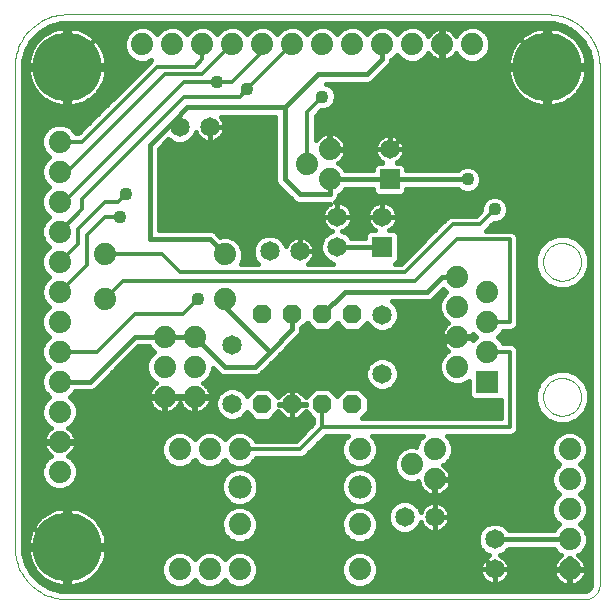
<source format=gbl>
G75*
G70*
%OFA0B0*%
%FSLAX24Y24*%
%IPPOS*%
%LPD*%
%AMOC8*
5,1,8,0,0,1.08239X$1,22.5*
%
%ADD10C,0.0000*%
%ADD11C,0.0740*%
%ADD12R,0.0740X0.0740*%
%ADD13C,0.0650*%
%ADD14C,0.2300*%
%ADD15OC8,0.0630*%
%ADD16R,0.0650X0.0650*%
%ADD17C,0.0780*%
%ADD18C,0.0150*%
%ADD19C,0.0436*%
%ADD20C,0.0120*%
D10*
X002925Y001175D02*
X020175Y001175D01*
X020219Y001177D01*
X020262Y001183D01*
X020304Y001192D01*
X020346Y001205D01*
X020386Y001222D01*
X020425Y001242D01*
X020462Y001265D01*
X020496Y001292D01*
X020529Y001321D01*
X020558Y001354D01*
X020585Y001388D01*
X020608Y001425D01*
X020628Y001464D01*
X020645Y001504D01*
X020658Y001546D01*
X020667Y001588D01*
X020673Y001631D01*
X020675Y001675D01*
X020675Y018925D01*
X020673Y019008D01*
X020667Y019091D01*
X020657Y019174D01*
X020643Y019256D01*
X020626Y019338D01*
X020604Y019418D01*
X020579Y019497D01*
X020550Y019575D01*
X020517Y019652D01*
X020480Y019727D01*
X020441Y019800D01*
X020397Y019871D01*
X020351Y019940D01*
X020301Y020007D01*
X020248Y020071D01*
X020192Y020133D01*
X020133Y020192D01*
X020071Y020248D01*
X020007Y020301D01*
X019940Y020351D01*
X019871Y020397D01*
X019800Y020441D01*
X019727Y020480D01*
X019652Y020517D01*
X019575Y020550D01*
X019497Y020579D01*
X019418Y020604D01*
X019338Y020626D01*
X019256Y020643D01*
X019174Y020657D01*
X019091Y020667D01*
X019008Y020673D01*
X018925Y020675D01*
X002925Y020675D01*
X002842Y020673D01*
X002759Y020667D01*
X002676Y020657D01*
X002594Y020643D01*
X002512Y020626D01*
X002432Y020604D01*
X002353Y020579D01*
X002275Y020550D01*
X002198Y020517D01*
X002123Y020480D01*
X002050Y020441D01*
X001979Y020397D01*
X001910Y020351D01*
X001843Y020301D01*
X001779Y020248D01*
X001717Y020192D01*
X001658Y020133D01*
X001602Y020071D01*
X001549Y020007D01*
X001499Y019940D01*
X001453Y019871D01*
X001409Y019800D01*
X001370Y019727D01*
X001333Y019652D01*
X001300Y019575D01*
X001271Y019497D01*
X001246Y019418D01*
X001224Y019338D01*
X001207Y019256D01*
X001193Y019174D01*
X001183Y019091D01*
X001177Y019008D01*
X001175Y018925D01*
X001175Y002925D01*
X001177Y002842D01*
X001183Y002759D01*
X001193Y002676D01*
X001207Y002594D01*
X001224Y002512D01*
X001246Y002432D01*
X001271Y002353D01*
X001300Y002275D01*
X001333Y002198D01*
X001370Y002123D01*
X001409Y002050D01*
X001453Y001979D01*
X001499Y001910D01*
X001549Y001843D01*
X001602Y001779D01*
X001658Y001717D01*
X001717Y001658D01*
X001779Y001602D01*
X001843Y001549D01*
X001910Y001499D01*
X001979Y001453D01*
X002050Y001409D01*
X002123Y001370D01*
X002198Y001333D01*
X002275Y001300D01*
X002353Y001271D01*
X002432Y001246D01*
X002512Y001224D01*
X002594Y001207D01*
X002676Y001193D01*
X002759Y001183D01*
X002842Y001177D01*
X002925Y001175D01*
X018795Y007925D02*
X018797Y007975D01*
X018803Y008025D01*
X018813Y008074D01*
X018827Y008122D01*
X018844Y008169D01*
X018865Y008214D01*
X018890Y008258D01*
X018918Y008299D01*
X018950Y008338D01*
X018984Y008375D01*
X019021Y008409D01*
X019061Y008439D01*
X019103Y008466D01*
X019147Y008490D01*
X019193Y008511D01*
X019240Y008527D01*
X019288Y008540D01*
X019338Y008549D01*
X019387Y008554D01*
X019438Y008555D01*
X019488Y008552D01*
X019537Y008545D01*
X019586Y008534D01*
X019634Y008519D01*
X019680Y008501D01*
X019725Y008479D01*
X019768Y008453D01*
X019809Y008424D01*
X019848Y008392D01*
X019884Y008357D01*
X019916Y008319D01*
X019946Y008279D01*
X019973Y008236D01*
X019996Y008192D01*
X020015Y008146D01*
X020031Y008098D01*
X020043Y008049D01*
X020051Y008000D01*
X020055Y007950D01*
X020055Y007900D01*
X020051Y007850D01*
X020043Y007801D01*
X020031Y007752D01*
X020015Y007704D01*
X019996Y007658D01*
X019973Y007614D01*
X019946Y007571D01*
X019916Y007531D01*
X019884Y007493D01*
X019848Y007458D01*
X019809Y007426D01*
X019768Y007397D01*
X019725Y007371D01*
X019680Y007349D01*
X019634Y007331D01*
X019586Y007316D01*
X019537Y007305D01*
X019488Y007298D01*
X019438Y007295D01*
X019387Y007296D01*
X019338Y007301D01*
X019288Y007310D01*
X019240Y007323D01*
X019193Y007339D01*
X019147Y007360D01*
X019103Y007384D01*
X019061Y007411D01*
X019021Y007441D01*
X018984Y007475D01*
X018950Y007512D01*
X018918Y007551D01*
X018890Y007592D01*
X018865Y007636D01*
X018844Y007681D01*
X018827Y007728D01*
X018813Y007776D01*
X018803Y007825D01*
X018797Y007875D01*
X018795Y007925D01*
X018795Y012425D02*
X018797Y012475D01*
X018803Y012525D01*
X018813Y012574D01*
X018827Y012622D01*
X018844Y012669D01*
X018865Y012714D01*
X018890Y012758D01*
X018918Y012799D01*
X018950Y012838D01*
X018984Y012875D01*
X019021Y012909D01*
X019061Y012939D01*
X019103Y012966D01*
X019147Y012990D01*
X019193Y013011D01*
X019240Y013027D01*
X019288Y013040D01*
X019338Y013049D01*
X019387Y013054D01*
X019438Y013055D01*
X019488Y013052D01*
X019537Y013045D01*
X019586Y013034D01*
X019634Y013019D01*
X019680Y013001D01*
X019725Y012979D01*
X019768Y012953D01*
X019809Y012924D01*
X019848Y012892D01*
X019884Y012857D01*
X019916Y012819D01*
X019946Y012779D01*
X019973Y012736D01*
X019996Y012692D01*
X020015Y012646D01*
X020031Y012598D01*
X020043Y012549D01*
X020051Y012500D01*
X020055Y012450D01*
X020055Y012400D01*
X020051Y012350D01*
X020043Y012301D01*
X020031Y012252D01*
X020015Y012204D01*
X019996Y012158D01*
X019973Y012114D01*
X019946Y012071D01*
X019916Y012031D01*
X019884Y011993D01*
X019848Y011958D01*
X019809Y011926D01*
X019768Y011897D01*
X019725Y011871D01*
X019680Y011849D01*
X019634Y011831D01*
X019586Y011816D01*
X019537Y011805D01*
X019488Y011798D01*
X019438Y011795D01*
X019387Y011796D01*
X019338Y011801D01*
X019288Y011810D01*
X019240Y011823D01*
X019193Y011839D01*
X019147Y011860D01*
X019103Y011884D01*
X019061Y011911D01*
X019021Y011941D01*
X018984Y011975D01*
X018950Y012012D01*
X018918Y012051D01*
X018890Y012092D01*
X018865Y012136D01*
X018844Y012181D01*
X018827Y012228D01*
X018813Y012276D01*
X018803Y012325D01*
X018797Y012375D01*
X018795Y012425D01*
D11*
X016925Y011425D03*
X016925Y010425D03*
X016925Y009425D03*
X015925Y008925D03*
X015925Y009925D03*
X015925Y010925D03*
X015925Y011925D03*
X011675Y015175D03*
X010925Y015675D03*
X011675Y016175D03*
X011425Y019675D03*
X010425Y019675D03*
X009425Y019675D03*
X008425Y019675D03*
X007425Y019675D03*
X006425Y019675D03*
X005425Y019675D03*
X002675Y016425D03*
X002675Y015425D03*
X002675Y014425D03*
X002675Y013425D03*
X002675Y012425D03*
X002675Y011425D03*
X002675Y010425D03*
X002675Y009425D03*
X002675Y008425D03*
X002675Y007425D03*
X002675Y006425D03*
X002675Y005425D03*
X006175Y007925D03*
X006175Y008925D03*
X006175Y009925D03*
X007175Y009925D03*
X007175Y008925D03*
X007175Y007925D03*
X006675Y006175D03*
X007675Y006175D03*
X008675Y006175D03*
X008675Y003675D03*
X008675Y002175D03*
X007675Y002175D03*
X006675Y002175D03*
X012675Y002175D03*
X012675Y003675D03*
X014425Y005675D03*
X015175Y006175D03*
X015175Y005175D03*
X012675Y006175D03*
X008175Y011175D03*
X008175Y012675D03*
X004175Y012675D03*
X004175Y011175D03*
X012425Y019675D03*
X013425Y019675D03*
X014425Y019675D03*
X015425Y019675D03*
X016425Y019675D03*
X019675Y006175D03*
X019675Y005175D03*
X019675Y004175D03*
X019675Y003175D03*
X019675Y002175D03*
D12*
X016925Y008425D03*
D13*
X013425Y008691D03*
X013425Y010659D03*
X011925Y012925D03*
X011925Y013925D03*
X013425Y013925D03*
X013675Y016175D03*
X010675Y012775D03*
X009675Y012775D03*
X008425Y009659D03*
X008425Y007691D03*
X014175Y003925D03*
X015175Y003925D03*
X017175Y003175D03*
X017175Y002175D03*
X007675Y016925D03*
X006675Y016925D03*
D14*
X002925Y018925D03*
X018925Y018925D03*
X002925Y002925D03*
D15*
X009425Y007675D03*
X010425Y007675D03*
X011425Y007675D03*
X012425Y007675D03*
X012425Y010675D03*
X011425Y010675D03*
X010425Y010675D03*
X009425Y010675D03*
D16*
X013425Y012925D03*
X013675Y015175D03*
D17*
X012675Y004925D03*
X008675Y004925D03*
D18*
X002064Y001918D02*
X001860Y001918D01*
X001942Y002034D02*
X001859Y002135D01*
X001787Y002243D01*
X001726Y002358D01*
X001676Y002478D01*
X001638Y002603D01*
X001613Y002730D01*
X001601Y002850D01*
X002850Y002850D01*
X003000Y002850D01*
X003000Y003000D01*
X004249Y003000D01*
X004237Y003120D01*
X004212Y003247D01*
X004174Y003372D01*
X004124Y003492D01*
X004063Y003607D01*
X003991Y003715D01*
X003908Y003816D01*
X003816Y003908D01*
X003715Y003991D01*
X003607Y004063D01*
X003492Y004124D01*
X003372Y004174D01*
X003247Y004212D01*
X003120Y004237D01*
X003000Y004249D01*
X003000Y003000D01*
X002850Y003000D01*
X002850Y004249D01*
X002730Y004237D01*
X002603Y004212D01*
X002478Y004174D01*
X002358Y004124D01*
X002243Y004063D01*
X002135Y003991D01*
X002034Y003908D01*
X001942Y003816D01*
X001859Y003715D01*
X001787Y003607D01*
X001726Y003492D01*
X001676Y003372D01*
X001638Y003247D01*
X001613Y003120D01*
X001601Y003000D01*
X002850Y003000D01*
X002850Y002850D01*
X002850Y001601D01*
X002730Y001613D01*
X002603Y001638D01*
X002478Y001676D01*
X002358Y001726D01*
X002243Y001787D01*
X002135Y001859D01*
X002034Y001942D01*
X001942Y002034D01*
X001916Y002066D02*
X001729Y002066D01*
X001752Y002025D02*
X001559Y002359D01*
X001459Y002732D01*
X001447Y002925D01*
X001447Y018925D01*
X001459Y019118D01*
X001559Y019491D01*
X001752Y019825D01*
X002025Y020098D01*
X002359Y020291D01*
X002732Y020391D01*
X002925Y020403D01*
X002979Y020403D01*
X018925Y020403D01*
X019118Y020391D01*
X019491Y020291D01*
X019825Y020098D01*
X020098Y019825D01*
X020291Y019491D01*
X020391Y019118D01*
X020403Y018925D01*
X020403Y001675D01*
X020399Y001630D01*
X020365Y001548D01*
X020302Y001485D01*
X020220Y001451D01*
X020175Y001447D01*
X002925Y001447D01*
X002732Y001459D01*
X002359Y001559D01*
X002025Y001752D01*
X001752Y002025D01*
X001806Y002215D02*
X001643Y002215D01*
X001724Y002363D02*
X001558Y002363D01*
X001519Y002512D02*
X001666Y002512D01*
X001627Y002660D02*
X001479Y002660D01*
X001454Y002809D02*
X001605Y002809D01*
X001447Y002957D02*
X002850Y002957D01*
X002925Y002925D02*
X002425Y002925D01*
X001675Y003675D01*
X001675Y006425D01*
X002675Y006425D01*
X003175Y006425D01*
X004675Y007925D01*
X006175Y007925D01*
X007175Y007925D01*
X007175Y006925D01*
X010175Y006925D01*
X010425Y007175D01*
X010425Y007675D01*
X010425Y008175D01*
X011675Y009425D01*
X015175Y009425D01*
X015675Y009925D01*
X015925Y009925D01*
X015948Y009937D02*
X016558Y009937D01*
X016569Y009925D02*
X016459Y009815D01*
X016470Y009882D01*
X016470Y009902D01*
X015948Y009902D01*
X015948Y009948D01*
X016470Y009948D01*
X016470Y009968D01*
X016459Y010035D01*
X016569Y009925D01*
X015902Y009937D02*
X010625Y009937D01*
X010601Y009912D02*
X010688Y009999D01*
X010735Y010113D01*
X010735Y010207D01*
X010925Y010397D01*
X011197Y010125D01*
X011653Y010125D01*
X011925Y010397D01*
X012197Y010125D01*
X012653Y010125D01*
X012927Y010399D01*
X012950Y010342D01*
X013108Y010185D01*
X013314Y010099D01*
X013536Y010099D01*
X013742Y010185D01*
X013900Y010342D01*
X013985Y010548D01*
X013985Y010771D01*
X013900Y010976D01*
X015320Y010976D01*
X015320Y011045D02*
X015320Y010805D01*
X015412Y010582D01*
X015582Y010412D01*
X015637Y010389D01*
X015570Y010341D01*
X015509Y010280D01*
X015459Y010211D01*
X015420Y010134D01*
X015393Y010053D01*
X015380Y009968D01*
X015380Y009948D01*
X015902Y009948D01*
X015902Y009902D01*
X015380Y009902D01*
X015380Y009882D01*
X015393Y009797D01*
X015420Y009716D01*
X015459Y009639D01*
X015509Y009570D01*
X015570Y009509D01*
X015637Y009461D01*
X015582Y009438D01*
X015412Y009268D01*
X015320Y009045D01*
X015320Y008805D01*
X015412Y008582D01*
X015582Y008412D01*
X015805Y008320D01*
X016045Y008320D01*
X016268Y008412D01*
X016320Y008464D01*
X016320Y007958D01*
X016458Y007820D01*
X017380Y007820D01*
X017380Y007220D01*
X012748Y007220D01*
X012975Y007447D01*
X012975Y007903D01*
X012653Y008225D01*
X012197Y008225D01*
X011925Y007953D01*
X011653Y008225D01*
X011197Y008225D01*
X010883Y007910D01*
X010628Y008165D01*
X010430Y008165D01*
X010430Y007680D01*
X010420Y007680D01*
X010420Y008165D01*
X010222Y008165D01*
X009967Y007910D01*
X009653Y008225D01*
X009197Y008225D01*
X008923Y007951D01*
X008900Y008008D01*
X008742Y008165D01*
X008536Y008251D01*
X008314Y008251D01*
X008108Y008165D01*
X007950Y008008D01*
X007865Y007802D01*
X007865Y007579D01*
X007950Y007374D01*
X008108Y007216D01*
X008314Y007131D01*
X008536Y007131D01*
X008742Y007216D01*
X008900Y007374D01*
X008914Y007408D01*
X009197Y007125D01*
X009653Y007125D01*
X009967Y007440D01*
X010222Y007185D01*
X010420Y007185D01*
X010420Y007670D01*
X010430Y007670D01*
X010875Y007670D01*
X010875Y007680D01*
X010430Y007680D01*
X010430Y007670D01*
X010430Y007185D01*
X010628Y007185D01*
X010883Y007440D01*
X011130Y007192D01*
X011130Y007047D01*
X010553Y006470D01*
X009208Y006470D01*
X009188Y006518D01*
X009018Y006688D01*
X008795Y006780D01*
X008555Y006780D01*
X008332Y006688D01*
X008175Y006531D01*
X008018Y006688D01*
X007795Y006780D01*
X007555Y006780D01*
X007332Y006688D01*
X007175Y006531D01*
X007018Y006688D01*
X006795Y006780D01*
X006555Y006780D01*
X006332Y006688D01*
X006162Y006518D01*
X006070Y006295D01*
X006070Y006055D01*
X006162Y005832D01*
X006332Y005662D01*
X006555Y005570D01*
X006795Y005570D01*
X007018Y005662D01*
X007175Y005819D01*
X007332Y005662D01*
X007555Y005570D01*
X007795Y005570D01*
X008018Y005662D01*
X008175Y005819D01*
X008332Y005662D01*
X008555Y005570D01*
X008795Y005570D01*
X009018Y005662D01*
X009188Y005832D01*
X009208Y005880D01*
X010734Y005880D01*
X010842Y005925D01*
X011547Y006630D01*
X012274Y006630D01*
X012162Y006518D01*
X012070Y006295D01*
X012070Y006055D01*
X012162Y005832D01*
X012332Y005662D01*
X012555Y005570D01*
X012795Y005570D01*
X013018Y005662D01*
X013188Y005832D01*
X013280Y006055D01*
X013280Y006295D01*
X013188Y006518D01*
X013076Y006630D01*
X014774Y006630D01*
X014662Y006518D01*
X014570Y006295D01*
X014570Y006270D01*
X014545Y006280D01*
X014305Y006280D01*
X014082Y006188D01*
X013912Y006018D01*
X013820Y005795D01*
X013820Y005555D01*
X013912Y005332D01*
X014082Y005162D01*
X014305Y005070D01*
X014545Y005070D01*
X014634Y005107D01*
X014643Y005047D01*
X014670Y004966D01*
X014709Y004889D01*
X014759Y004820D01*
X014820Y004759D01*
X014889Y004709D01*
X014966Y004670D01*
X015047Y004643D01*
X015132Y004630D01*
X015170Y004630D01*
X015170Y005170D01*
X015180Y005170D01*
X015180Y005180D01*
X015720Y005180D01*
X015720Y005218D01*
X015707Y005303D01*
X015680Y005384D01*
X015641Y005461D01*
X015591Y005530D01*
X015530Y005591D01*
X015463Y005639D01*
X015518Y005662D01*
X015688Y005832D01*
X015780Y006055D01*
X015780Y006295D01*
X015688Y006518D01*
X015576Y006630D01*
X017734Y006630D01*
X017842Y006675D01*
X017925Y006758D01*
X017970Y006866D01*
X017970Y009484D01*
X017925Y009592D01*
X017842Y009675D01*
X017734Y009720D01*
X017458Y009720D01*
X017438Y009768D01*
X017281Y009925D01*
X017438Y010082D01*
X017458Y010130D01*
X017734Y010130D01*
X017842Y010175D01*
X017925Y010258D01*
X017970Y010366D01*
X017970Y013234D01*
X017925Y013342D01*
X017842Y013425D01*
X017734Y013470D01*
X016887Y013470D01*
X017139Y013722D01*
X017265Y013722D01*
X017432Y013791D01*
X017559Y013918D01*
X017628Y014085D01*
X017628Y014265D01*
X017559Y014432D01*
X017432Y014559D01*
X017265Y014628D01*
X017085Y014628D01*
X016918Y014559D01*
X016791Y014432D01*
X016722Y014265D01*
X016722Y014139D01*
X016553Y013970D01*
X015716Y013970D01*
X015608Y013925D01*
X015525Y013842D01*
X014053Y012370D01*
X013852Y012370D01*
X013985Y012503D01*
X013985Y013347D01*
X013847Y013485D01*
X013663Y013485D01*
X013687Y013497D01*
X013751Y013544D01*
X013806Y013599D01*
X013853Y013663D01*
X013888Y013733D01*
X013913Y013808D01*
X013925Y013886D01*
X013925Y013925D01*
X013925Y013964D01*
X013913Y014042D01*
X013888Y014117D01*
X013853Y014187D01*
X013806Y014251D01*
X013751Y014306D01*
X013687Y014353D01*
X013617Y014388D01*
X013542Y014413D01*
X013464Y014425D01*
X013425Y014425D01*
X013425Y013925D01*
X011925Y013925D01*
X009675Y013925D01*
X007675Y015925D01*
X007675Y016925D01*
X008175Y016925D01*
X008175Y016964D01*
X008163Y017042D01*
X008138Y017117D01*
X008103Y017187D01*
X008056Y017251D01*
X008042Y017265D01*
X009865Y017265D01*
X009865Y015113D01*
X009912Y014999D01*
X009999Y014912D01*
X010499Y014412D01*
X010613Y014365D01*
X011687Y014365D01*
X011663Y014353D01*
X011599Y014306D01*
X011544Y014251D01*
X011497Y014187D01*
X011462Y014117D01*
X011437Y014042D01*
X011425Y013964D01*
X011425Y013925D01*
X011925Y013925D01*
X011925Y013925D01*
X011925Y014425D01*
X011964Y014425D01*
X012042Y014413D01*
X012117Y014388D01*
X012187Y014353D01*
X012251Y014306D01*
X012306Y014251D01*
X012353Y014187D01*
X012388Y014117D01*
X012413Y014042D01*
X012425Y013964D01*
X012425Y013925D01*
X011925Y013925D01*
X011925Y013925D01*
X011925Y014425D01*
X011886Y014425D01*
X011859Y014421D01*
X011938Y014499D01*
X011985Y014613D01*
X011985Y014649D01*
X012018Y014662D01*
X012188Y014832D01*
X012201Y014865D01*
X013115Y014865D01*
X013115Y014753D01*
X013253Y014615D01*
X014097Y014615D01*
X014235Y014753D01*
X014235Y014865D01*
X015944Y014865D01*
X016018Y014791D01*
X016185Y014722D01*
X016365Y014722D01*
X016532Y014791D01*
X016659Y014918D01*
X016728Y015085D01*
X016728Y015265D01*
X016659Y015432D01*
X016532Y015559D01*
X016365Y015628D01*
X016185Y015628D01*
X016018Y015559D01*
X015944Y015485D01*
X014235Y015485D01*
X014235Y015597D01*
X014097Y015735D01*
X013913Y015735D01*
X013937Y015747D01*
X014001Y015794D01*
X014056Y015849D01*
X014103Y015913D01*
X014138Y015983D01*
X014163Y016058D01*
X014175Y016136D01*
X014175Y016175D01*
X014175Y016214D01*
X014163Y016292D01*
X014138Y016367D01*
X014103Y016437D01*
X014056Y016501D01*
X014001Y016556D01*
X013937Y016603D01*
X013867Y016638D01*
X013792Y016663D01*
X013714Y016675D01*
X013675Y016675D01*
X013675Y016175D01*
X015425Y017925D01*
X015425Y019675D01*
X015425Y020375D01*
X017475Y020375D01*
X018925Y018925D01*
X019000Y018995D02*
X020399Y018995D01*
X020403Y018847D02*
X020249Y018847D01*
X020249Y018850D02*
X019000Y018850D01*
X019000Y019000D01*
X020249Y019000D01*
X020237Y019120D01*
X020212Y019247D01*
X020174Y019372D01*
X020124Y019492D01*
X020063Y019607D01*
X019991Y019715D01*
X019908Y019816D01*
X019816Y019908D01*
X019715Y019991D01*
X019607Y020063D01*
X019492Y020124D01*
X019372Y020174D01*
X019247Y020212D01*
X019120Y020237D01*
X019000Y020249D01*
X019000Y019000D01*
X018850Y019000D01*
X018850Y020249D01*
X018730Y020237D01*
X018603Y020212D01*
X018478Y020174D01*
X018358Y020124D01*
X018243Y020063D01*
X018135Y019991D01*
X018034Y019908D01*
X017942Y019816D01*
X017859Y019715D01*
X017787Y019607D01*
X017726Y019492D01*
X017676Y019372D01*
X017638Y019247D01*
X017613Y019120D01*
X017601Y019000D01*
X018850Y019000D01*
X018850Y018850D01*
X019000Y018850D01*
X019000Y017601D01*
X019120Y017613D01*
X019247Y017638D01*
X019372Y017676D01*
X019492Y017726D01*
X019607Y017787D01*
X019715Y017859D01*
X019816Y017942D01*
X019908Y018034D01*
X019991Y018135D01*
X020063Y018243D01*
X020124Y018358D01*
X020174Y018478D01*
X020212Y018603D01*
X020237Y018730D01*
X020249Y018850D01*
X020231Y018698D02*
X020403Y018698D01*
X020403Y018550D02*
X020196Y018550D01*
X020142Y018401D02*
X020403Y018401D01*
X020403Y018253D02*
X020068Y018253D01*
X019965Y018104D02*
X020403Y018104D01*
X020403Y017956D02*
X019829Y017956D01*
X019637Y017807D02*
X020403Y017807D01*
X020403Y017659D02*
X019314Y017659D01*
X019000Y017659D02*
X018850Y017659D01*
X018850Y017601D02*
X018850Y018850D01*
X017601Y018850D01*
X017613Y018730D01*
X017638Y018603D01*
X017676Y018478D01*
X017726Y018358D01*
X017787Y018243D01*
X017859Y018135D01*
X017942Y018034D01*
X018034Y017942D01*
X018135Y017859D01*
X018243Y017787D01*
X018358Y017726D01*
X018478Y017676D01*
X018603Y017638D01*
X018730Y017613D01*
X018850Y017601D01*
X018850Y017807D02*
X019000Y017807D01*
X019000Y017956D02*
X018850Y017956D01*
X018850Y018104D02*
X019000Y018104D01*
X019000Y018253D02*
X018850Y018253D01*
X018850Y018401D02*
X019000Y018401D01*
X019000Y018550D02*
X018850Y018550D01*
X018850Y018698D02*
X019000Y018698D01*
X019000Y018847D02*
X018850Y018847D01*
X018850Y018995D02*
X013683Y018995D01*
X013688Y018999D02*
X013735Y019113D01*
X013735Y019149D01*
X013768Y019162D01*
X013925Y019319D01*
X014082Y019162D01*
X014305Y019070D01*
X014545Y019070D01*
X014768Y019162D01*
X014938Y019332D01*
X014961Y019387D01*
X015009Y019320D01*
X015070Y019259D01*
X015139Y019209D01*
X015216Y019170D01*
X015297Y019143D01*
X015297Y019144D02*
X014723Y019144D01*
X014898Y019292D02*
X015037Y019292D01*
X015297Y019143D02*
X015382Y019130D01*
X015400Y019130D01*
X015400Y019650D01*
X015450Y019650D01*
X015450Y019130D01*
X015468Y019130D01*
X015553Y019143D01*
X015553Y019144D02*
X016127Y019144D01*
X016082Y019162D02*
X016305Y019070D01*
X016545Y019070D01*
X016768Y019162D01*
X016938Y019332D01*
X017030Y019555D01*
X017030Y019795D01*
X016938Y020018D01*
X016768Y020188D01*
X016545Y020280D01*
X016305Y020280D01*
X016082Y020188D01*
X015912Y020018D01*
X015889Y019963D01*
X015841Y020030D01*
X015780Y020091D01*
X015711Y020141D01*
X015634Y020180D01*
X015553Y020207D01*
X015468Y020220D01*
X015450Y020220D01*
X015450Y019700D01*
X015400Y019700D01*
X015400Y020220D01*
X015382Y020220D01*
X015297Y020207D01*
X015216Y020180D01*
X015139Y020141D01*
X015070Y020091D01*
X015009Y020030D01*
X014961Y019963D01*
X014938Y020018D01*
X014768Y020188D01*
X014545Y020280D01*
X014305Y020280D01*
X014082Y020188D01*
X013925Y020031D01*
X013768Y020188D01*
X013545Y020280D01*
X013305Y020280D01*
X013082Y020188D01*
X012925Y020031D01*
X012768Y020188D01*
X012545Y020280D01*
X012305Y020280D01*
X012082Y020188D01*
X011925Y020031D01*
X011768Y020188D01*
X011545Y020280D01*
X011305Y020280D01*
X011082Y020188D01*
X010925Y020031D01*
X010768Y020188D01*
X010545Y020280D01*
X010305Y020280D01*
X010082Y020188D01*
X009925Y020031D01*
X009768Y020188D01*
X009545Y020280D01*
X009305Y020280D01*
X009082Y020188D01*
X008925Y020031D01*
X008768Y020188D01*
X008545Y020280D01*
X008305Y020280D01*
X008082Y020188D01*
X007925Y020031D01*
X007768Y020188D01*
X007545Y020280D01*
X007305Y020280D01*
X007082Y020188D01*
X006925Y020031D01*
X006768Y020188D01*
X006545Y020280D01*
X006305Y020280D01*
X006082Y020188D01*
X005925Y020031D01*
X005768Y020188D01*
X005545Y020280D01*
X005305Y020280D01*
X005082Y020188D01*
X004912Y020018D01*
X004820Y019795D01*
X004820Y019555D01*
X004912Y019332D01*
X005082Y019162D01*
X005305Y019070D01*
X005545Y019070D01*
X005729Y019146D01*
X005675Y019092D01*
X003303Y016720D01*
X003208Y016720D01*
X003188Y016768D01*
X003018Y016938D01*
X002795Y017030D01*
X002555Y017030D01*
X002332Y016938D01*
X002162Y016768D01*
X002070Y016545D01*
X002070Y016305D01*
X002162Y016082D01*
X002319Y015925D01*
X002162Y015768D01*
X002070Y015545D01*
X002070Y015305D01*
X002162Y015082D01*
X002319Y014925D01*
X002162Y014768D01*
X002070Y014545D01*
X002070Y014305D01*
X002162Y014082D01*
X002319Y013925D01*
X002162Y013768D01*
X002070Y013545D01*
X002070Y013305D01*
X002162Y013082D01*
X002319Y012925D01*
X002162Y012768D01*
X002070Y012545D01*
X002070Y012305D01*
X002162Y012082D01*
X002319Y011925D01*
X002162Y011768D01*
X002070Y011545D01*
X002070Y011305D01*
X002162Y011082D01*
X002319Y010925D01*
X002162Y010768D01*
X002070Y010545D01*
X002070Y010305D01*
X002162Y010082D01*
X002319Y009925D01*
X002162Y009768D01*
X002070Y009545D01*
X002070Y009305D01*
X002162Y009082D01*
X002319Y008925D01*
X002162Y008768D01*
X002070Y008545D01*
X002070Y008305D01*
X002162Y008082D01*
X002319Y007925D01*
X002162Y007768D01*
X002070Y007545D01*
X002070Y007305D01*
X002162Y007082D01*
X002332Y006912D01*
X002387Y006889D01*
X002320Y006841D01*
X002259Y006780D01*
X002209Y006711D01*
X002170Y006634D01*
X002143Y006553D01*
X002130Y006468D01*
X002130Y006450D01*
X002650Y006450D01*
X002650Y006400D01*
X002130Y006400D01*
X002130Y006382D01*
X002143Y006297D01*
X002170Y006216D01*
X002209Y006139D01*
X002259Y006070D01*
X002320Y006009D01*
X002387Y005961D01*
X002332Y005938D01*
X002162Y005768D01*
X002070Y005545D01*
X002070Y005305D01*
X002162Y005082D01*
X002332Y004912D01*
X002555Y004820D01*
X002795Y004820D01*
X003018Y004912D01*
X003188Y005082D01*
X003280Y005305D01*
X003280Y005545D01*
X003188Y005768D01*
X003018Y005938D01*
X002963Y005961D01*
X003030Y006009D01*
X003091Y006070D01*
X003141Y006139D01*
X003180Y006216D01*
X003207Y006297D01*
X003220Y006382D01*
X003220Y006400D01*
X002700Y006400D01*
X002700Y006450D01*
X003220Y006450D01*
X003220Y006468D01*
X003207Y006553D01*
X003180Y006634D01*
X003141Y006711D01*
X003091Y006780D01*
X003030Y006841D01*
X002963Y006889D01*
X003018Y006912D01*
X003188Y007082D01*
X003280Y007305D01*
X003280Y007545D01*
X003188Y007768D01*
X003031Y007925D01*
X003188Y008082D01*
X003201Y008115D01*
X003737Y008115D01*
X003851Y008162D01*
X005303Y009615D01*
X005649Y009615D01*
X005662Y009582D01*
X005819Y009425D01*
X005662Y009268D01*
X005570Y009045D01*
X005570Y008805D01*
X005662Y008582D01*
X005832Y008412D01*
X005887Y008389D01*
X005820Y008341D01*
X005759Y008280D01*
X005709Y008211D01*
X005670Y008134D01*
X005643Y008053D01*
X005630Y007968D01*
X005630Y007950D01*
X006150Y007950D01*
X006150Y007900D01*
X006200Y007900D01*
X006200Y007950D01*
X007150Y007950D01*
X007150Y007900D01*
X007200Y007900D01*
X007200Y007950D01*
X007720Y007950D01*
X007720Y007968D01*
X007707Y008053D01*
X007680Y008134D01*
X007641Y008211D01*
X007591Y008280D01*
X007530Y008341D01*
X007463Y008389D01*
X007518Y008412D01*
X007688Y008582D01*
X007780Y008805D01*
X007780Y008882D01*
X007912Y008749D01*
X007999Y008662D01*
X008113Y008615D01*
X009237Y008615D01*
X009351Y008662D01*
X009851Y009162D01*
X010601Y009912D01*
X010476Y009788D02*
X015396Y009788D01*
X015459Y009640D02*
X010328Y009640D01*
X010179Y009491D02*
X015595Y009491D01*
X015487Y009343D02*
X010031Y009343D01*
X009882Y009194D02*
X013177Y009194D01*
X013108Y009165D02*
X013314Y009251D01*
X013536Y009251D01*
X013742Y009165D01*
X013900Y009008D01*
X013985Y008802D01*
X013985Y008579D01*
X013900Y008374D01*
X013742Y008216D01*
X013536Y008131D01*
X013314Y008131D01*
X013108Y008216D01*
X012950Y008374D01*
X012865Y008579D01*
X012865Y008802D01*
X012950Y009008D01*
X013108Y009165D01*
X012988Y009046D02*
X009734Y009046D01*
X009585Y008897D02*
X012904Y008897D01*
X012865Y008749D02*
X009437Y008749D01*
X009175Y008925D02*
X009675Y009425D01*
X010425Y010175D01*
X010425Y010675D01*
X010761Y010234D02*
X011089Y010234D01*
X010940Y010382D02*
X010910Y010382D01*
X010723Y010085D02*
X015404Y010085D01*
X015475Y010234D02*
X013791Y010234D01*
X013916Y010382D02*
X015627Y010382D01*
X015464Y010531D02*
X013978Y010531D01*
X013985Y010679D02*
X015372Y010679D01*
X015320Y010828D02*
X013961Y010828D01*
X013900Y010976D02*
X013761Y011115D01*
X014987Y011115D01*
X015101Y011162D01*
X015188Y011249D01*
X015188Y011249D01*
X015466Y011528D01*
X015569Y011425D01*
X015412Y011268D01*
X015320Y011045D01*
X015353Y011125D02*
X015010Y011125D01*
X015211Y011273D02*
X015417Y011273D01*
X015360Y011422D02*
X015566Y011422D01*
X015425Y011925D02*
X014925Y011425D01*
X012175Y011425D01*
X011425Y010675D01*
X011761Y010234D02*
X012089Y010234D01*
X011940Y010382D02*
X011910Y010382D01*
X012761Y010234D02*
X013059Y010234D01*
X012934Y010382D02*
X012910Y010382D01*
X013673Y009194D02*
X015382Y009194D01*
X015320Y009046D02*
X013862Y009046D01*
X013946Y008897D02*
X015320Y008897D01*
X015343Y008749D02*
X013985Y008749D01*
X013985Y008600D02*
X015405Y008600D01*
X015543Y008452D02*
X013932Y008452D01*
X013829Y008303D02*
X016320Y008303D01*
X016320Y008155D02*
X013594Y008155D01*
X013256Y008155D02*
X012723Y008155D01*
X012872Y008006D02*
X016320Y008006D01*
X016420Y007858D02*
X012975Y007858D01*
X012975Y007709D02*
X017380Y007709D01*
X017380Y007561D02*
X012975Y007561D01*
X012940Y007412D02*
X017380Y007412D01*
X017380Y007264D02*
X012791Y007264D01*
X011978Y008006D02*
X011872Y008006D01*
X011723Y008155D02*
X012127Y008155D01*
X012918Y008452D02*
X007557Y008452D01*
X007568Y008303D02*
X013021Y008303D01*
X012865Y008600D02*
X007695Y008600D01*
X007757Y008749D02*
X007913Y008749D01*
X008175Y008925D02*
X009175Y008925D01*
X009675Y009425D02*
X008175Y010925D01*
X008175Y011175D01*
X008704Y012370D02*
X008780Y012555D01*
X008780Y012795D01*
X008688Y013018D01*
X008518Y013188D01*
X008295Y013280D01*
X008055Y013280D01*
X008022Y013266D01*
X007938Y013351D01*
X007851Y013438D01*
X007737Y013485D01*
X005985Y013485D01*
X005985Y016197D01*
X006298Y016510D01*
X006358Y016450D01*
X006564Y016365D01*
X006786Y016365D01*
X006992Y016450D01*
X007150Y016608D01*
X007207Y016747D01*
X007212Y016733D01*
X007247Y016663D01*
X007294Y016599D01*
X007349Y016544D01*
X007413Y016497D01*
X007483Y016462D01*
X007558Y016437D01*
X007636Y016425D01*
X007675Y016425D01*
X007714Y016425D01*
X007792Y016437D01*
X007867Y016462D01*
X007937Y016497D01*
X008001Y016544D01*
X008056Y016599D01*
X008103Y016663D01*
X008138Y016733D01*
X008163Y016808D01*
X008175Y016886D01*
X008175Y016925D01*
X007675Y016925D01*
X007675Y016925D01*
X007675Y016425D01*
X007675Y016925D01*
X007675Y016925D01*
X007675Y016916D02*
X007675Y016916D01*
X007675Y016768D02*
X007675Y016768D01*
X007675Y016619D02*
X007675Y016619D01*
X007675Y016471D02*
X007675Y016471D01*
X007884Y016471D02*
X009865Y016471D01*
X009865Y016619D02*
X008071Y016619D01*
X008150Y016768D02*
X009865Y016768D01*
X009865Y016916D02*
X008175Y016916D01*
X008155Y017065D02*
X009865Y017065D01*
X009865Y017213D02*
X008084Y017213D01*
X007466Y016471D02*
X007012Y016471D01*
X007154Y016619D02*
X007279Y016619D01*
X006675Y016925D02*
X006475Y017125D01*
X006925Y017575D01*
X010175Y017575D01*
X010175Y015175D01*
X010675Y014675D01*
X011675Y014675D01*
X011675Y015175D01*
X013675Y015175D01*
X016275Y015175D01*
X016659Y015431D02*
X020403Y015431D01*
X020403Y015283D02*
X016721Y015283D01*
X016728Y015134D02*
X020403Y015134D01*
X020403Y014986D02*
X016687Y014986D01*
X016578Y014837D02*
X020403Y014837D01*
X020403Y014689D02*
X014171Y014689D01*
X014235Y014837D02*
X015972Y014837D01*
X016774Y014392D02*
X013607Y014392D01*
X013425Y014392D02*
X013425Y014392D01*
X013425Y014425D02*
X013386Y014425D01*
X013308Y014413D01*
X013233Y014388D01*
X013163Y014353D01*
X013099Y014306D01*
X013044Y014251D01*
X012997Y014187D01*
X012962Y014117D01*
X012937Y014042D01*
X012925Y013964D01*
X012925Y013925D01*
X013425Y013925D01*
X013425Y013925D01*
X013925Y013925D01*
X013425Y013925D01*
X013425Y013925D01*
X013425Y013925D01*
X013425Y014425D01*
X013425Y014243D02*
X013425Y014243D01*
X013425Y014095D02*
X013425Y014095D01*
X013425Y013946D02*
X013425Y013946D01*
X013425Y013925D02*
X012925Y013925D01*
X012925Y013886D01*
X012937Y013808D01*
X012962Y013733D01*
X012997Y013663D01*
X013044Y013599D01*
X013099Y013544D01*
X013163Y013497D01*
X013187Y013485D01*
X013003Y013485D01*
X012865Y013347D01*
X012865Y013235D01*
X012403Y013235D01*
X012400Y013242D01*
X012242Y013400D01*
X012103Y013457D01*
X012117Y013462D01*
X012187Y013497D01*
X012251Y013544D01*
X012306Y013599D01*
X012353Y013663D01*
X012388Y013733D01*
X012413Y013808D01*
X012425Y013886D01*
X012425Y013925D01*
X011925Y013925D01*
X011925Y013925D01*
X011425Y013925D01*
X011425Y013886D01*
X011437Y013808D01*
X011462Y013733D01*
X011497Y013663D01*
X011544Y013599D01*
X011599Y013544D01*
X011663Y013497D01*
X011733Y013462D01*
X011747Y013457D01*
X011608Y013400D01*
X011450Y013242D01*
X011365Y013036D01*
X011365Y012814D01*
X011450Y012608D01*
X011608Y012450D01*
X011802Y012370D01*
X010968Y012370D01*
X011001Y012394D01*
X011056Y012449D01*
X011103Y012513D01*
X011138Y012583D01*
X011163Y012658D01*
X011175Y012736D01*
X011175Y012775D01*
X011175Y012814D01*
X011163Y012892D01*
X011138Y012967D01*
X011103Y013037D01*
X011056Y013101D01*
X011001Y013156D01*
X010937Y013203D01*
X010867Y013238D01*
X010792Y013263D01*
X010714Y013275D01*
X010675Y013275D01*
X010675Y012775D01*
X011175Y012775D01*
X010675Y012775D01*
X010675Y012775D01*
X010675Y012775D01*
X010675Y013275D01*
X010636Y013275D01*
X010558Y013263D01*
X010483Y013238D01*
X010413Y013203D01*
X010349Y013156D01*
X010294Y013101D01*
X010247Y013037D01*
X010212Y012967D01*
X010207Y012953D01*
X010150Y013092D01*
X009992Y013250D01*
X009786Y013335D01*
X009564Y013335D01*
X009358Y013250D01*
X009200Y013092D01*
X009115Y012886D01*
X009115Y012664D01*
X009200Y012458D01*
X009288Y012370D01*
X008704Y012370D01*
X008741Y012461D02*
X009199Y012461D01*
X009137Y012610D02*
X008780Y012610D01*
X008780Y012758D02*
X009115Y012758D01*
X009123Y012907D02*
X008734Y012907D01*
X008651Y013055D02*
X009185Y013055D01*
X009312Y013204D02*
X008480Y013204D01*
X007936Y013352D02*
X011560Y013352D01*
X011659Y013501D02*
X005985Y013501D01*
X005985Y013649D02*
X011507Y013649D01*
X011441Y013798D02*
X005985Y013798D01*
X005985Y013946D02*
X011425Y013946D01*
X011454Y014095D02*
X005985Y014095D01*
X005985Y014243D02*
X011538Y014243D01*
X011925Y014243D02*
X011925Y014243D01*
X011925Y014095D02*
X011925Y014095D01*
X011925Y013946D02*
X011925Y013946D01*
X012343Y013649D02*
X013007Y013649D01*
X012941Y013798D02*
X012409Y013798D01*
X012425Y013946D02*
X012925Y013946D01*
X012954Y014095D02*
X012396Y014095D01*
X012312Y014243D02*
X013038Y014243D01*
X013243Y014392D02*
X012107Y014392D01*
X011925Y014392D02*
X011925Y014392D01*
X011955Y014540D02*
X016899Y014540D01*
X016722Y014243D02*
X013812Y014243D01*
X013896Y014095D02*
X016677Y014095D01*
X017066Y013649D02*
X020403Y013649D01*
X020403Y013501D02*
X016918Y013501D01*
X017438Y013798D02*
X020403Y013798D01*
X020403Y013946D02*
X017571Y013946D01*
X017628Y014095D02*
X020403Y014095D01*
X020403Y014243D02*
X017628Y014243D01*
X017576Y014392D02*
X020403Y014392D01*
X020403Y014540D02*
X017451Y014540D01*
X017915Y013352D02*
X020403Y013352D01*
X020403Y013204D02*
X019902Y013204D01*
X019936Y013189D02*
X019604Y013327D01*
X019246Y013327D01*
X018914Y013189D01*
X018661Y012936D01*
X018523Y012604D01*
X018523Y012246D01*
X018661Y011914D01*
X018914Y011661D01*
X019246Y011523D01*
X019604Y011523D01*
X019936Y011661D01*
X020189Y011914D01*
X020327Y012246D01*
X020327Y012604D01*
X020189Y012936D01*
X019936Y013189D01*
X020070Y013055D02*
X020403Y013055D01*
X020403Y012907D02*
X020202Y012907D01*
X020263Y012758D02*
X020403Y012758D01*
X020403Y012610D02*
X020325Y012610D01*
X020327Y012461D02*
X020403Y012461D01*
X020403Y012313D02*
X020327Y012313D01*
X020293Y012164D02*
X020403Y012164D01*
X020403Y012016D02*
X020231Y012016D01*
X020142Y011867D02*
X020403Y011867D01*
X020403Y011719D02*
X019994Y011719D01*
X019717Y011570D02*
X020403Y011570D01*
X020403Y011422D02*
X017970Y011422D01*
X017970Y011570D02*
X019133Y011570D01*
X018856Y011719D02*
X017970Y011719D01*
X017970Y011867D02*
X018708Y011867D01*
X018619Y012016D02*
X017970Y012016D01*
X017970Y012164D02*
X018557Y012164D01*
X018523Y012313D02*
X017970Y012313D01*
X017970Y012461D02*
X018523Y012461D01*
X018525Y012610D02*
X017970Y012610D01*
X017970Y012758D02*
X018587Y012758D01*
X018648Y012907D02*
X017970Y012907D01*
X017970Y013055D02*
X018780Y013055D01*
X018948Y013204D02*
X017970Y013204D01*
X017970Y011273D02*
X020403Y011273D01*
X020403Y011125D02*
X017970Y011125D01*
X017970Y010976D02*
X020403Y010976D01*
X020403Y010828D02*
X017970Y010828D01*
X017970Y010679D02*
X020403Y010679D01*
X020403Y010531D02*
X017970Y010531D01*
X017970Y010382D02*
X020403Y010382D01*
X020403Y010234D02*
X017901Y010234D01*
X017439Y010085D02*
X020403Y010085D01*
X020403Y009937D02*
X017292Y009937D01*
X017418Y009788D02*
X020403Y009788D01*
X020403Y009640D02*
X017878Y009640D01*
X017967Y009491D02*
X020403Y009491D01*
X020403Y009343D02*
X017970Y009343D01*
X017970Y009194D02*
X020403Y009194D01*
X020403Y009046D02*
X017970Y009046D01*
X017970Y008897D02*
X020403Y008897D01*
X020403Y008749D02*
X019793Y008749D01*
X019936Y008689D02*
X019604Y008827D01*
X019246Y008827D01*
X018914Y008689D01*
X018661Y008436D01*
X018523Y008104D01*
X018523Y007746D01*
X018661Y007414D01*
X018914Y007161D01*
X019246Y007023D01*
X019604Y007023D01*
X019936Y007161D01*
X020189Y007414D01*
X020327Y007746D01*
X020327Y008104D01*
X020189Y008436D01*
X019936Y008689D01*
X020025Y008600D02*
X020403Y008600D01*
X020403Y008452D02*
X020174Y008452D01*
X020244Y008303D02*
X020403Y008303D01*
X020403Y008155D02*
X020306Y008155D01*
X020327Y008006D02*
X020403Y008006D01*
X020403Y007858D02*
X020327Y007858D01*
X020312Y007709D02*
X020403Y007709D01*
X020403Y007561D02*
X020250Y007561D01*
X020187Y007412D02*
X020403Y007412D01*
X020403Y007264D02*
X020039Y007264D01*
X019826Y007115D02*
X020403Y007115D01*
X020403Y006967D02*
X017970Y006967D01*
X017970Y007115D02*
X019024Y007115D01*
X018811Y007264D02*
X017970Y007264D01*
X017970Y007412D02*
X018663Y007412D01*
X018600Y007561D02*
X017970Y007561D01*
X017970Y007709D02*
X018538Y007709D01*
X018523Y007858D02*
X017970Y007858D01*
X017970Y008006D02*
X018523Y008006D01*
X018544Y008155D02*
X017970Y008155D01*
X017970Y008303D02*
X018606Y008303D01*
X018676Y008452D02*
X017970Y008452D01*
X017970Y008600D02*
X018825Y008600D01*
X019057Y008749D02*
X017970Y008749D01*
X016320Y008452D02*
X016307Y008452D01*
X017950Y006818D02*
X020403Y006818D01*
X020403Y006670D02*
X020036Y006670D01*
X020018Y006688D02*
X019795Y006780D01*
X019555Y006780D01*
X019332Y006688D01*
X019162Y006518D01*
X019070Y006295D01*
X019070Y006055D01*
X019162Y005832D01*
X019319Y005675D01*
X019162Y005518D01*
X019070Y005295D01*
X019070Y005055D01*
X019162Y004832D01*
X019319Y004675D01*
X019162Y004518D01*
X019070Y004295D01*
X019070Y004055D01*
X019162Y003832D01*
X019319Y003675D01*
X019162Y003518D01*
X019149Y003485D01*
X017653Y003485D01*
X017650Y003492D01*
X017492Y003650D01*
X017286Y003735D01*
X017064Y003735D01*
X016858Y003650D01*
X016700Y003492D01*
X016615Y003286D01*
X016615Y003064D01*
X016700Y002858D01*
X016858Y002700D01*
X016997Y002643D01*
X016983Y002638D01*
X016913Y002603D01*
X016849Y002556D01*
X016794Y002501D01*
X016747Y002437D01*
X016712Y002367D01*
X016687Y002292D01*
X016675Y002214D01*
X016675Y002175D01*
X017175Y002175D01*
X019675Y002175D01*
X019700Y002150D02*
X019700Y002200D01*
X020220Y002200D01*
X020220Y002218D01*
X020207Y002303D01*
X020180Y002384D01*
X020141Y002461D01*
X020091Y002530D01*
X020030Y002591D01*
X019963Y002639D01*
X020018Y002662D01*
X020188Y002832D01*
X020280Y003055D01*
X020280Y003295D01*
X020188Y003518D01*
X020031Y003675D01*
X020188Y003832D01*
X020280Y004055D01*
X020280Y004295D01*
X020188Y004518D01*
X020031Y004675D01*
X020188Y004832D01*
X020280Y005055D01*
X020280Y005295D01*
X020188Y005518D01*
X020031Y005675D01*
X020188Y005832D01*
X020280Y006055D01*
X020280Y006295D01*
X020188Y006518D01*
X020018Y006688D01*
X020185Y006521D02*
X020403Y006521D01*
X020403Y006373D02*
X020248Y006373D01*
X020280Y006224D02*
X020403Y006224D01*
X020403Y006076D02*
X020280Y006076D01*
X020227Y005927D02*
X020403Y005927D01*
X020403Y005779D02*
X020134Y005779D01*
X020076Y005630D02*
X020403Y005630D01*
X020403Y005482D02*
X020203Y005482D01*
X020264Y005333D02*
X020403Y005333D01*
X020403Y005185D02*
X020280Y005185D01*
X020272Y005036D02*
X020403Y005036D01*
X020403Y004888D02*
X020211Y004888D01*
X020095Y004739D02*
X020403Y004739D01*
X020403Y004591D02*
X020115Y004591D01*
X020219Y004442D02*
X020403Y004442D01*
X020403Y004294D02*
X020280Y004294D01*
X020280Y004145D02*
X020403Y004145D01*
X020403Y003997D02*
X020256Y003997D01*
X020194Y003848D02*
X020403Y003848D01*
X020403Y003700D02*
X020055Y003700D01*
X020155Y003551D02*
X020403Y003551D01*
X020403Y003403D02*
X020236Y003403D01*
X020280Y003254D02*
X020403Y003254D01*
X020403Y003106D02*
X020280Y003106D01*
X020240Y002957D02*
X020403Y002957D01*
X020403Y002809D02*
X020164Y002809D01*
X020013Y002660D02*
X020403Y002660D01*
X020403Y002512D02*
X020104Y002512D01*
X020187Y002363D02*
X020403Y002363D01*
X020403Y002215D02*
X020220Y002215D01*
X020220Y002150D02*
X019700Y002150D01*
X019700Y001630D01*
X019718Y001630D01*
X019803Y001643D01*
X019884Y001670D01*
X019961Y001709D01*
X020030Y001759D01*
X020091Y001820D01*
X020141Y001889D01*
X020180Y001966D01*
X020207Y002047D01*
X020220Y002132D01*
X020220Y002150D01*
X020210Y002066D02*
X020403Y002066D01*
X020403Y001918D02*
X020155Y001918D01*
X020040Y001769D02*
X020403Y001769D01*
X020395Y001621D02*
X012917Y001621D01*
X013018Y001662D02*
X013188Y001832D01*
X013280Y002055D01*
X013280Y002295D01*
X013188Y002518D01*
X013018Y002688D01*
X012795Y002780D01*
X012555Y002780D01*
X012332Y002688D01*
X012162Y002518D01*
X012070Y002295D01*
X012070Y002055D01*
X012162Y001832D01*
X012332Y001662D01*
X012555Y001570D01*
X012795Y001570D01*
X013018Y001662D01*
X013125Y001769D02*
X016883Y001769D01*
X016913Y001747D02*
X016849Y001794D01*
X016794Y001849D01*
X016747Y001913D01*
X016712Y001983D01*
X016687Y002058D01*
X016675Y002136D01*
X016675Y002175D01*
X017175Y002175D01*
X016425Y002925D01*
X015175Y002925D01*
X015175Y003925D01*
X015675Y003925D01*
X015675Y003964D01*
X015663Y004042D01*
X015638Y004117D01*
X015603Y004187D01*
X015556Y004251D01*
X015501Y004306D01*
X015437Y004353D01*
X015367Y004388D01*
X015292Y004413D01*
X015214Y004425D01*
X015175Y004425D01*
X015175Y003925D01*
X015175Y003925D01*
X015175Y003925D01*
X015675Y003925D01*
X015675Y003886D01*
X015663Y003808D01*
X015638Y003733D01*
X015603Y003663D01*
X015556Y003599D01*
X015501Y003544D01*
X015437Y003497D01*
X015367Y003462D01*
X015292Y003437D01*
X015214Y003425D01*
X015175Y003425D01*
X015175Y003925D01*
X015175Y003925D01*
X015175Y004425D01*
X015136Y004425D01*
X015058Y004413D01*
X014983Y004388D01*
X014913Y004353D01*
X014849Y004306D01*
X014794Y004251D01*
X014747Y004187D01*
X014712Y004117D01*
X014707Y004103D01*
X014650Y004242D01*
X014492Y004400D01*
X014286Y004485D01*
X014064Y004485D01*
X013858Y004400D01*
X013700Y004242D01*
X013615Y004036D01*
X013615Y003814D01*
X013700Y003608D01*
X013858Y003450D01*
X014064Y003365D01*
X014286Y003365D01*
X014492Y003450D01*
X014650Y003608D01*
X014707Y003747D01*
X014712Y003733D01*
X014747Y003663D01*
X014794Y003599D01*
X014849Y003544D01*
X014913Y003497D01*
X014983Y003462D01*
X015058Y003437D01*
X015136Y003425D01*
X015175Y003425D01*
X015175Y003925D01*
X015175Y003997D02*
X015175Y003997D01*
X015175Y004145D02*
X015175Y004145D01*
X015175Y004294D02*
X015175Y004294D01*
X014836Y004294D02*
X014598Y004294D01*
X014690Y004145D02*
X014726Y004145D01*
X014729Y003700D02*
X014688Y003700D01*
X014593Y003551D02*
X014842Y003551D01*
X015175Y003551D02*
X015175Y003551D01*
X015175Y003700D02*
X015175Y003700D01*
X015175Y003848D02*
X015175Y003848D01*
X015508Y003551D02*
X016759Y003551D01*
X016663Y003403D02*
X014377Y003403D01*
X013973Y003403D02*
X013217Y003403D01*
X013188Y003332D02*
X013280Y003555D01*
X013280Y003795D01*
X013188Y004018D01*
X013018Y004188D01*
X012795Y004280D01*
X012555Y004280D01*
X012332Y004188D01*
X012162Y004018D01*
X012070Y003795D01*
X012070Y003555D01*
X012162Y003332D01*
X012332Y003162D01*
X012555Y003070D01*
X012795Y003070D01*
X013018Y003162D01*
X013188Y003332D01*
X013110Y003254D02*
X016615Y003254D01*
X016615Y003106D02*
X012881Y003106D01*
X012469Y003106D02*
X008881Y003106D01*
X008795Y003070D02*
X009018Y003162D01*
X009188Y003332D01*
X009280Y003555D01*
X009280Y003795D01*
X009188Y004018D01*
X009018Y004188D01*
X008795Y004280D01*
X008555Y004280D01*
X008332Y004188D01*
X008162Y004018D01*
X008070Y003795D01*
X008070Y003555D01*
X008162Y003332D01*
X008332Y003162D01*
X008555Y003070D01*
X008795Y003070D01*
X008469Y003106D02*
X004239Y003106D01*
X004210Y003254D02*
X008240Y003254D01*
X008133Y003403D02*
X004161Y003403D01*
X004093Y003551D02*
X008072Y003551D01*
X008070Y003700D02*
X004001Y003700D01*
X003876Y003848D02*
X008092Y003848D01*
X008153Y003997D02*
X003706Y003997D01*
X003442Y004145D02*
X008289Y004145D01*
X008321Y004395D02*
X008551Y004300D01*
X008799Y004300D01*
X009029Y004395D01*
X009205Y004571D01*
X009300Y004801D01*
X009300Y005049D01*
X009205Y005279D01*
X009029Y005455D01*
X008799Y005550D01*
X008551Y005550D01*
X008321Y005455D01*
X008145Y005279D01*
X008050Y005049D01*
X008050Y004801D01*
X008145Y004571D01*
X008321Y004395D01*
X008274Y004442D02*
X001447Y004442D01*
X001447Y004294D02*
X013752Y004294D01*
X013660Y004145D02*
X013061Y004145D01*
X013197Y003997D02*
X013615Y003997D01*
X013615Y003848D02*
X013258Y003848D01*
X013280Y003700D02*
X013662Y003700D01*
X013757Y003551D02*
X013278Y003551D01*
X013029Y004395D02*
X012799Y004300D01*
X012551Y004300D01*
X012321Y004395D01*
X012145Y004571D01*
X012050Y004801D01*
X012050Y005049D01*
X012145Y005279D01*
X012321Y005455D01*
X012551Y005550D01*
X012799Y005550D01*
X013029Y005455D01*
X013205Y005279D01*
X013300Y005049D01*
X013300Y004801D01*
X013205Y004571D01*
X013029Y004395D01*
X013076Y004442D02*
X013960Y004442D01*
X014390Y004442D02*
X019131Y004442D01*
X019070Y004294D02*
X015514Y004294D01*
X015624Y004145D02*
X019070Y004145D01*
X019094Y003997D02*
X015670Y003997D01*
X015669Y003848D02*
X019156Y003848D01*
X019295Y003700D02*
X017372Y003700D01*
X017591Y003551D02*
X019195Y003551D01*
X019675Y003175D02*
X017175Y003175D01*
X017395Y002660D02*
X019337Y002660D01*
X019332Y002662D02*
X019387Y002639D01*
X019320Y002591D01*
X019259Y002530D01*
X019209Y002461D01*
X019170Y002384D01*
X019143Y002303D01*
X019130Y002218D01*
X019130Y002200D01*
X019650Y002200D01*
X019650Y002570D01*
X019700Y002570D01*
X019700Y002200D01*
X019650Y002200D01*
X019650Y002150D01*
X019700Y002150D01*
X019650Y002150D02*
X019650Y001630D01*
X019632Y001630D01*
X019547Y001643D01*
X019466Y001670D01*
X019389Y001709D01*
X019320Y001759D01*
X019259Y001820D01*
X019209Y001889D01*
X019170Y001966D01*
X019143Y002047D01*
X019130Y002132D01*
X019130Y002150D01*
X019650Y002150D01*
X019650Y002215D02*
X019700Y002215D01*
X019700Y002363D02*
X019650Y002363D01*
X019650Y002512D02*
X019700Y002512D01*
X019332Y002662D02*
X019162Y002832D01*
X019149Y002865D01*
X017653Y002865D01*
X017650Y002858D01*
X017492Y002700D01*
X017353Y002643D01*
X017367Y002638D01*
X017437Y002603D01*
X017501Y002556D01*
X017556Y002501D01*
X017603Y002437D01*
X017638Y002367D01*
X017663Y002292D01*
X017675Y002214D01*
X017675Y002175D01*
X017175Y002175D01*
X017175Y002175D01*
X017175Y002175D01*
X017675Y002175D01*
X017675Y002136D01*
X017663Y002058D01*
X017638Y001983D01*
X017603Y001913D01*
X017556Y001849D01*
X017501Y001794D01*
X017437Y001747D01*
X017367Y001712D01*
X017292Y001687D01*
X017214Y001675D01*
X017175Y001675D01*
X017175Y002175D01*
X017175Y002175D01*
X017175Y001675D01*
X017136Y001675D01*
X017058Y001687D01*
X016983Y001712D01*
X016913Y001747D01*
X016745Y001918D02*
X013223Y001918D01*
X013280Y002066D02*
X016686Y002066D01*
X016675Y002215D02*
X013280Y002215D01*
X013252Y002363D02*
X016710Y002363D01*
X016804Y002512D02*
X013190Y002512D01*
X013046Y002660D02*
X016955Y002660D01*
X016750Y002809D02*
X004245Y002809D01*
X004249Y002850D02*
X004237Y002730D01*
X004212Y002603D01*
X004174Y002478D01*
X004124Y002358D01*
X004063Y002243D01*
X003991Y002135D01*
X003908Y002034D01*
X003816Y001942D01*
X003715Y001859D01*
X003607Y001787D01*
X003492Y001726D01*
X003372Y001676D01*
X003247Y001638D01*
X003120Y001613D01*
X003000Y001601D01*
X003000Y002850D01*
X004249Y002850D01*
X004223Y002660D02*
X006304Y002660D01*
X006332Y002688D02*
X006162Y002518D01*
X006070Y002295D01*
X006070Y002055D01*
X006162Y001832D01*
X006332Y001662D01*
X006555Y001570D01*
X006795Y001570D01*
X007018Y001662D01*
X007175Y001819D01*
X007332Y001662D01*
X007555Y001570D01*
X007795Y001570D01*
X008018Y001662D01*
X008175Y001819D01*
X008332Y001662D01*
X008555Y001570D01*
X008795Y001570D01*
X009018Y001662D01*
X009188Y001832D01*
X009280Y002055D01*
X009280Y002295D01*
X009188Y002518D01*
X009018Y002688D01*
X008795Y002780D01*
X008555Y002780D01*
X008332Y002688D01*
X008175Y002531D01*
X008018Y002688D01*
X007795Y002780D01*
X007555Y002780D01*
X007332Y002688D01*
X007175Y002531D01*
X007018Y002688D01*
X006795Y002780D01*
X006555Y002780D01*
X006332Y002688D01*
X006160Y002512D02*
X004184Y002512D01*
X004126Y002363D02*
X006098Y002363D01*
X006070Y002215D02*
X004044Y002215D01*
X003934Y002066D02*
X006070Y002066D01*
X006127Y001918D02*
X003786Y001918D01*
X003573Y001769D02*
X006225Y001769D01*
X006433Y001621D02*
X003159Y001621D01*
X003000Y001621D02*
X002850Y001621D01*
X002850Y001769D02*
X003000Y001769D01*
X003000Y001918D02*
X002850Y001918D01*
X002850Y002066D02*
X003000Y002066D01*
X003000Y002215D02*
X002850Y002215D01*
X002850Y002363D02*
X003000Y002363D01*
X003000Y002512D02*
X002850Y002512D01*
X002850Y002660D02*
X003000Y002660D01*
X003000Y002809D02*
X002850Y002809D01*
X002925Y002925D02*
X015175Y002925D01*
X015621Y003700D02*
X016978Y003700D01*
X016659Y002957D02*
X003000Y002957D01*
X003000Y003106D02*
X002850Y003106D01*
X002850Y003254D02*
X003000Y003254D01*
X003000Y003403D02*
X002850Y003403D01*
X002850Y003551D02*
X003000Y003551D01*
X003000Y003700D02*
X002850Y003700D01*
X002850Y003848D02*
X003000Y003848D01*
X003000Y003997D02*
X002850Y003997D01*
X002850Y004145D02*
X003000Y004145D01*
X002408Y004145D02*
X001447Y004145D01*
X001447Y003997D02*
X002144Y003997D01*
X001974Y003848D02*
X001447Y003848D01*
X001447Y003700D02*
X001849Y003700D01*
X001757Y003551D02*
X001447Y003551D01*
X001447Y003403D02*
X001689Y003403D01*
X001640Y003254D02*
X001447Y003254D01*
X001447Y003106D02*
X001611Y003106D01*
X002008Y001769D02*
X002277Y001769D01*
X002253Y001621D02*
X002691Y001621D01*
X002685Y001472D02*
X020270Y001472D01*
X019700Y001769D02*
X019650Y001769D01*
X019650Y001918D02*
X019700Y001918D01*
X019700Y002066D02*
X019650Y002066D01*
X019310Y001769D02*
X017467Y001769D01*
X017605Y001918D02*
X019195Y001918D01*
X019140Y002066D02*
X017664Y002066D01*
X017675Y002215D02*
X019130Y002215D01*
X019163Y002363D02*
X017640Y002363D01*
X017546Y002512D02*
X019246Y002512D01*
X019186Y002809D02*
X017600Y002809D01*
X017175Y002066D02*
X017175Y002066D01*
X017175Y001918D02*
X017175Y001918D01*
X017175Y001769D02*
X017175Y001769D01*
X015461Y004709D02*
X015530Y004759D01*
X015591Y004820D01*
X015641Y004889D01*
X015680Y004966D01*
X015707Y005047D01*
X015720Y005132D01*
X015720Y005170D01*
X015180Y005170D01*
X015180Y004630D01*
X015218Y004630D01*
X015303Y004643D01*
X015384Y004670D01*
X015461Y004709D01*
X015502Y004739D02*
X019255Y004739D01*
X019235Y004591D02*
X013213Y004591D01*
X013274Y004739D02*
X014848Y004739D01*
X014710Y004888D02*
X013300Y004888D01*
X013300Y005036D02*
X014647Y005036D01*
X015170Y005036D02*
X015180Y005036D01*
X015170Y004888D02*
X015180Y004888D01*
X015170Y004739D02*
X015180Y004739D01*
X015640Y004888D02*
X019139Y004888D01*
X019078Y005036D02*
X015703Y005036D01*
X015720Y005185D02*
X019070Y005185D01*
X019086Y005333D02*
X015697Y005333D01*
X015626Y005482D02*
X019147Y005482D01*
X019274Y005630D02*
X015476Y005630D01*
X015634Y005779D02*
X019216Y005779D01*
X019123Y005927D02*
X015727Y005927D01*
X015780Y006076D02*
X019070Y006076D01*
X019070Y006224D02*
X015780Y006224D01*
X015748Y006373D02*
X019102Y006373D01*
X019165Y006521D02*
X015685Y006521D01*
X014665Y006521D02*
X013185Y006521D01*
X013248Y006373D02*
X014602Y006373D01*
X014169Y006224D02*
X013280Y006224D01*
X013280Y006076D02*
X013970Y006076D01*
X013875Y005927D02*
X013227Y005927D01*
X013134Y005779D02*
X013820Y005779D01*
X013820Y005630D02*
X012940Y005630D01*
X012965Y005482D02*
X013850Y005482D01*
X013912Y005333D02*
X013151Y005333D01*
X013244Y005185D02*
X014060Y005185D01*
X012385Y005482D02*
X008965Y005482D01*
X008940Y005630D02*
X012410Y005630D01*
X012216Y005779D02*
X009134Y005779D01*
X009151Y005333D02*
X012199Y005333D01*
X012106Y005185D02*
X009244Y005185D01*
X009300Y005036D02*
X012050Y005036D01*
X012050Y004888D02*
X009300Y004888D01*
X009274Y004739D02*
X012076Y004739D01*
X012137Y004591D02*
X009213Y004591D01*
X009076Y004442D02*
X012274Y004442D01*
X012289Y004145D02*
X009061Y004145D01*
X009197Y003997D02*
X012153Y003997D01*
X012092Y003848D02*
X009258Y003848D01*
X009280Y003700D02*
X012070Y003700D01*
X012072Y003551D02*
X009278Y003551D01*
X009217Y003403D02*
X012133Y003403D01*
X012240Y003254D02*
X009110Y003254D01*
X009046Y002660D02*
X012304Y002660D01*
X012160Y002512D02*
X009190Y002512D01*
X009252Y002363D02*
X012098Y002363D01*
X012070Y002215D02*
X009280Y002215D01*
X009280Y002066D02*
X012070Y002066D01*
X012127Y001918D02*
X009223Y001918D01*
X009125Y001769D02*
X012225Y001769D01*
X012433Y001621D02*
X008917Y001621D01*
X008433Y001621D02*
X007917Y001621D01*
X008125Y001769D02*
X008225Y001769D01*
X007433Y001621D02*
X006917Y001621D01*
X007125Y001769D02*
X007225Y001769D01*
X007304Y002660D02*
X007046Y002660D01*
X008046Y002660D02*
X008304Y002660D01*
X008137Y004591D02*
X001447Y004591D01*
X001447Y004739D02*
X008076Y004739D01*
X008050Y004888D02*
X002958Y004888D01*
X003142Y005036D02*
X008050Y005036D01*
X008106Y005185D02*
X003230Y005185D01*
X003280Y005333D02*
X008199Y005333D01*
X008385Y005482D02*
X003280Y005482D01*
X003245Y005630D02*
X006410Y005630D01*
X006216Y005779D02*
X003177Y005779D01*
X003029Y005927D02*
X006123Y005927D01*
X006070Y006076D02*
X003095Y006076D01*
X003183Y006224D02*
X006070Y006224D01*
X006102Y006373D02*
X003218Y006373D01*
X003212Y006521D02*
X006165Y006521D01*
X006314Y006670D02*
X003162Y006670D01*
X003053Y006818D02*
X010901Y006818D01*
X011049Y006967D02*
X003072Y006967D01*
X003201Y007115D02*
X011130Y007115D01*
X011059Y007264D02*
X010706Y007264D01*
X010855Y007412D02*
X010910Y007412D01*
X010430Y007412D02*
X010420Y007412D01*
X010425Y007425D02*
X010425Y007675D01*
X010420Y007680D02*
X010420Y007670D01*
X009975Y007670D01*
X009975Y007680D01*
X010420Y007680D01*
X010420Y007709D02*
X010430Y007709D01*
X010420Y007561D02*
X010430Y007561D01*
X010420Y007858D02*
X010430Y007858D01*
X010420Y008006D02*
X010430Y008006D01*
X010420Y008155D02*
X010430Y008155D01*
X010638Y008155D02*
X011127Y008155D01*
X010978Y008006D02*
X010787Y008006D01*
X010212Y008155D02*
X009723Y008155D01*
X009872Y008006D02*
X010063Y008006D01*
X009995Y007412D02*
X009940Y007412D01*
X009791Y007264D02*
X010144Y007264D01*
X010420Y007264D02*
X010430Y007264D01*
X010752Y006670D02*
X009036Y006670D01*
X009185Y006521D02*
X010604Y006521D01*
X010993Y006076D02*
X012070Y006076D01*
X012070Y006224D02*
X011141Y006224D01*
X011290Y006373D02*
X012102Y006373D01*
X012165Y006521D02*
X011438Y006521D01*
X010844Y005927D02*
X012123Y005927D01*
X009059Y007264D02*
X008790Y007264D01*
X008060Y007264D02*
X003263Y007264D01*
X003280Y007412D02*
X005990Y007412D01*
X005966Y007420D02*
X006047Y007393D01*
X006132Y007380D01*
X006150Y007380D01*
X006150Y007900D01*
X005630Y007900D01*
X005630Y007882D01*
X005643Y007797D01*
X005670Y007716D01*
X005709Y007639D01*
X005759Y007570D01*
X005820Y007509D01*
X005889Y007459D01*
X005966Y007420D01*
X006150Y007412D02*
X006200Y007412D01*
X006200Y007380D02*
X006218Y007380D01*
X006303Y007393D01*
X006384Y007420D01*
X006461Y007459D01*
X006530Y007509D01*
X006591Y007570D01*
X006641Y007639D01*
X006675Y007706D01*
X006709Y007639D01*
X006759Y007570D01*
X006820Y007509D01*
X006889Y007459D01*
X006966Y007420D01*
X007047Y007393D01*
X007132Y007380D01*
X007150Y007380D01*
X007150Y007900D01*
X006630Y007900D01*
X006200Y007900D01*
X006200Y007380D01*
X006360Y007412D02*
X006990Y007412D01*
X007150Y007412D02*
X007200Y007412D01*
X007200Y007380D02*
X007218Y007380D01*
X007303Y007393D01*
X007384Y007420D01*
X007461Y007459D01*
X007530Y007509D01*
X007591Y007570D01*
X007641Y007639D01*
X007680Y007716D01*
X007707Y007797D01*
X007720Y007882D01*
X007720Y007900D01*
X007200Y007900D01*
X007200Y007380D01*
X007360Y007412D02*
X007934Y007412D01*
X007873Y007561D02*
X007581Y007561D01*
X007677Y007709D02*
X007865Y007709D01*
X007888Y007858D02*
X007716Y007858D01*
X007714Y008006D02*
X007949Y008006D01*
X008097Y008155D02*
X007670Y008155D01*
X007200Y007858D02*
X007150Y007858D01*
X007150Y007709D02*
X007200Y007709D01*
X007200Y007561D02*
X007150Y007561D01*
X006769Y007561D02*
X006581Y007561D01*
X006200Y007561D02*
X006150Y007561D01*
X006150Y007709D02*
X006200Y007709D01*
X006200Y007858D02*
X006150Y007858D01*
X005769Y007561D02*
X003274Y007561D01*
X003212Y007709D02*
X005673Y007709D01*
X005634Y007858D02*
X003098Y007858D01*
X003112Y008006D02*
X005636Y008006D01*
X005680Y008155D02*
X003832Y008155D01*
X003991Y008303D02*
X005782Y008303D01*
X005793Y008452D02*
X004140Y008452D01*
X004288Y008600D02*
X005655Y008600D01*
X005593Y008749D02*
X004437Y008749D01*
X004585Y008897D02*
X005570Y008897D01*
X005570Y009046D02*
X004734Y009046D01*
X004882Y009194D02*
X005632Y009194D01*
X005737Y009343D02*
X005031Y009343D01*
X005179Y009491D02*
X005753Y009491D01*
X006175Y009925D02*
X007175Y009925D01*
X008175Y008925D01*
X008753Y008155D02*
X009127Y008155D01*
X008978Y008006D02*
X008901Y008006D01*
X008314Y006670D02*
X008036Y006670D01*
X007314Y006670D02*
X007036Y006670D01*
X007134Y005779D02*
X007216Y005779D01*
X007410Y005630D02*
X006940Y005630D01*
X007940Y005630D02*
X008410Y005630D01*
X008216Y005779D02*
X008134Y005779D01*
X006175Y009925D02*
X005175Y009925D01*
X003675Y008425D01*
X002675Y008425D01*
X002238Y008006D02*
X001447Y008006D01*
X001447Y007858D02*
X002252Y007858D01*
X002138Y007709D02*
X001447Y007709D01*
X001447Y007561D02*
X002076Y007561D01*
X002070Y007412D02*
X001447Y007412D01*
X001447Y007264D02*
X002087Y007264D01*
X002149Y007115D02*
X001447Y007115D01*
X001447Y006967D02*
X002278Y006967D01*
X002297Y006818D02*
X001447Y006818D01*
X001447Y006670D02*
X002188Y006670D01*
X002138Y006521D02*
X001447Y006521D01*
X001447Y006373D02*
X002132Y006373D01*
X002167Y006224D02*
X001447Y006224D01*
X001447Y006076D02*
X002255Y006076D01*
X002321Y005927D02*
X001447Y005927D01*
X001447Y005779D02*
X002173Y005779D01*
X002105Y005630D02*
X001447Y005630D01*
X001447Y005482D02*
X002070Y005482D01*
X002070Y005333D02*
X001447Y005333D01*
X001447Y005185D02*
X002120Y005185D01*
X002208Y005036D02*
X001447Y005036D01*
X001447Y004888D02*
X002392Y004888D01*
X002132Y008155D02*
X001447Y008155D01*
X001447Y008303D02*
X002071Y008303D01*
X002070Y008452D02*
X001447Y008452D01*
X001447Y008600D02*
X002093Y008600D01*
X002154Y008749D02*
X001447Y008749D01*
X001447Y008897D02*
X002291Y008897D01*
X002199Y009046D02*
X001447Y009046D01*
X001447Y009194D02*
X002116Y009194D01*
X002070Y009343D02*
X001447Y009343D01*
X001447Y009491D02*
X002070Y009491D01*
X002109Y009640D02*
X001447Y009640D01*
X001447Y009788D02*
X002182Y009788D01*
X002308Y009937D02*
X001447Y009937D01*
X001447Y010085D02*
X002161Y010085D01*
X002099Y010234D02*
X001447Y010234D01*
X001447Y010382D02*
X002070Y010382D01*
X002070Y010531D02*
X001447Y010531D01*
X001447Y010679D02*
X002125Y010679D01*
X002222Y010828D02*
X001447Y010828D01*
X001447Y010976D02*
X002268Y010976D01*
X002145Y011125D02*
X001447Y011125D01*
X001447Y011273D02*
X002083Y011273D01*
X002070Y011422D02*
X001447Y011422D01*
X001447Y011570D02*
X002080Y011570D01*
X002142Y011719D02*
X001447Y011719D01*
X001447Y011867D02*
X002261Y011867D01*
X002229Y012016D02*
X001447Y012016D01*
X001447Y012164D02*
X002128Y012164D01*
X002070Y012313D02*
X001447Y012313D01*
X001447Y012461D02*
X002070Y012461D01*
X002097Y012610D02*
X001447Y012610D01*
X001447Y012758D02*
X002158Y012758D01*
X002301Y012907D02*
X001447Y012907D01*
X001447Y013055D02*
X002189Y013055D01*
X002112Y013204D02*
X001447Y013204D01*
X001447Y013352D02*
X002070Y013352D01*
X002070Y013501D02*
X001447Y013501D01*
X001447Y013649D02*
X002113Y013649D01*
X002192Y013798D02*
X001447Y013798D01*
X001447Y013946D02*
X002298Y013946D01*
X002157Y014095D02*
X001447Y014095D01*
X001447Y014243D02*
X002096Y014243D01*
X002070Y014392D02*
X001447Y014392D01*
X001447Y014540D02*
X002070Y014540D01*
X002129Y014689D02*
X001447Y014689D01*
X001447Y014837D02*
X002231Y014837D01*
X002259Y014986D02*
X001447Y014986D01*
X001447Y015134D02*
X002141Y015134D01*
X002079Y015283D02*
X001447Y015283D01*
X001447Y015431D02*
X002070Y015431D01*
X002084Y015580D02*
X001447Y015580D01*
X001447Y015728D02*
X002146Y015728D01*
X002271Y015877D02*
X001447Y015877D01*
X001447Y016025D02*
X002219Y016025D01*
X002124Y016174D02*
X001447Y016174D01*
X001447Y016322D02*
X002070Y016322D01*
X002070Y016471D02*
X001447Y016471D01*
X001447Y016619D02*
X002101Y016619D01*
X002162Y016768D02*
X001447Y016768D01*
X001447Y016916D02*
X002310Y016916D01*
X003040Y016916D02*
X003499Y016916D01*
X003647Y017065D02*
X001447Y017065D01*
X001447Y017213D02*
X003796Y017213D01*
X003944Y017362D02*
X001447Y017362D01*
X001447Y017510D02*
X004093Y017510D01*
X004241Y017659D02*
X003314Y017659D01*
X003372Y017676D02*
X003247Y017638D01*
X003120Y017613D01*
X003000Y017601D01*
X003000Y018850D01*
X003000Y019000D01*
X004249Y019000D01*
X004237Y019120D01*
X004212Y019247D01*
X004174Y019372D01*
X004124Y019492D01*
X004063Y019607D01*
X003991Y019715D01*
X003908Y019816D01*
X003816Y019908D01*
X003715Y019991D01*
X003607Y020063D01*
X003492Y020124D01*
X003372Y020174D01*
X003247Y020212D01*
X003120Y020237D01*
X003000Y020249D01*
X003000Y019000D01*
X002850Y019000D01*
X002850Y020249D01*
X002730Y020237D01*
X002603Y020212D01*
X002478Y020174D01*
X002358Y020124D01*
X002243Y020063D01*
X002135Y019991D01*
X002034Y019908D01*
X001942Y019816D01*
X001859Y019715D01*
X001787Y019607D01*
X001726Y019492D01*
X001676Y019372D01*
X001638Y019247D01*
X001613Y019120D01*
X001601Y019000D01*
X002850Y019000D01*
X002850Y018850D01*
X003000Y018850D01*
X004249Y018850D01*
X004237Y018730D01*
X004212Y018603D01*
X004174Y018478D01*
X004124Y018358D01*
X004063Y018243D01*
X003991Y018135D01*
X003908Y018034D01*
X003816Y017942D01*
X003715Y017859D01*
X003607Y017787D01*
X003492Y017726D01*
X003372Y017676D01*
X003637Y017807D02*
X004390Y017807D01*
X004538Y017956D02*
X003829Y017956D01*
X003965Y018104D02*
X004687Y018104D01*
X004835Y018253D02*
X004068Y018253D01*
X004142Y018401D02*
X004984Y018401D01*
X005132Y018550D02*
X004196Y018550D01*
X004231Y018698D02*
X005281Y018698D01*
X005429Y018847D02*
X004249Y018847D01*
X004232Y019144D02*
X005127Y019144D01*
X004952Y019292D02*
X004198Y019292D01*
X004146Y019441D02*
X004867Y019441D01*
X004820Y019589D02*
X004072Y019589D01*
X003972Y019738D02*
X004820Y019738D01*
X004858Y019886D02*
X003838Y019886D01*
X003649Y020035D02*
X004929Y020035D01*
X005077Y020183D02*
X003342Y020183D01*
X003000Y020183D02*
X002850Y020183D01*
X002850Y020035D02*
X003000Y020035D01*
X003000Y019886D02*
X002850Y019886D01*
X002850Y019738D02*
X003000Y019738D01*
X003000Y019589D02*
X002850Y019589D01*
X002850Y019441D02*
X003000Y019441D01*
X003000Y019292D02*
X002850Y019292D01*
X002850Y019144D02*
X003000Y019144D01*
X003000Y018995D02*
X005578Y018995D01*
X005723Y019144D02*
X005726Y019144D01*
X005921Y020035D02*
X005929Y020035D01*
X006077Y020183D02*
X005773Y020183D01*
X006773Y020183D02*
X007077Y020183D01*
X006929Y020035D02*
X006921Y020035D01*
X007773Y020183D02*
X008077Y020183D01*
X007929Y020035D02*
X007921Y020035D01*
X008773Y020183D02*
X009077Y020183D01*
X008929Y020035D02*
X008921Y020035D01*
X009773Y020183D02*
X010077Y020183D01*
X009929Y020035D02*
X009921Y020035D01*
X010773Y020183D02*
X011077Y020183D01*
X010929Y020035D02*
X010921Y020035D01*
X011773Y020183D02*
X012077Y020183D01*
X011929Y020035D02*
X011921Y020035D01*
X012773Y020183D02*
X013077Y020183D01*
X012929Y020035D02*
X012921Y020035D01*
X013425Y019675D02*
X013425Y019175D01*
X012925Y018675D01*
X011275Y018675D01*
X010175Y017575D01*
X011220Y017303D02*
X011220Y016476D01*
X011259Y016530D01*
X011320Y016591D01*
X011389Y016641D01*
X011466Y016680D01*
X011547Y016707D01*
X011632Y016720D01*
X011670Y016720D01*
X011670Y016180D01*
X011680Y016180D01*
X011680Y016720D01*
X011718Y016720D01*
X011803Y016707D01*
X011884Y016680D01*
X011961Y016641D01*
X012030Y016591D01*
X012091Y016530D01*
X012141Y016461D01*
X012180Y016384D01*
X012207Y016303D01*
X012220Y016218D01*
X012220Y016180D01*
X011680Y016180D01*
X011680Y016170D01*
X012220Y016170D01*
X012220Y016132D01*
X012207Y016047D01*
X012180Y015966D01*
X012141Y015889D01*
X012091Y015820D01*
X012030Y015759D01*
X011963Y015711D01*
X012018Y015688D01*
X012188Y015518D01*
X012201Y015485D01*
X013115Y015485D01*
X013115Y015597D01*
X013253Y015735D01*
X013437Y015735D01*
X013413Y015747D01*
X013349Y015794D01*
X013294Y015849D01*
X013247Y015913D01*
X013212Y015983D01*
X013187Y016058D01*
X013175Y016136D01*
X013175Y016175D01*
X013675Y016175D01*
X011675Y016175D01*
X011680Y016174D02*
X013175Y016174D01*
X013175Y016175D02*
X013675Y016175D01*
X013675Y016175D01*
X014175Y016175D01*
X013675Y016175D01*
X013675Y016175D01*
X013675Y016175D01*
X013675Y016675D01*
X013636Y016675D01*
X013558Y016663D01*
X013483Y016638D01*
X013413Y016603D01*
X013349Y016556D01*
X013294Y016501D01*
X013247Y016437D01*
X013212Y016367D01*
X013187Y016292D01*
X013175Y016214D01*
X013175Y016175D01*
X013197Y016322D02*
X012200Y016322D01*
X012134Y016471D02*
X013272Y016471D01*
X013445Y016619D02*
X011991Y016619D01*
X011680Y016619D02*
X011670Y016619D01*
X011670Y016471D02*
X011680Y016471D01*
X011670Y016322D02*
X011680Y016322D01*
X011359Y016619D02*
X011220Y016619D01*
X011220Y016768D02*
X020403Y016768D01*
X020403Y016916D02*
X011220Y016916D01*
X011220Y017065D02*
X020403Y017065D01*
X020403Y017213D02*
X011220Y017213D01*
X011220Y017303D02*
X011389Y017472D01*
X011515Y017472D01*
X011682Y017541D01*
X011809Y017668D01*
X011878Y017835D01*
X011878Y018015D01*
X011809Y018182D01*
X011682Y018309D01*
X011547Y018365D01*
X012987Y018365D01*
X013101Y018412D01*
X013601Y018912D01*
X013688Y018999D01*
X013601Y018912D02*
X013601Y018912D01*
X013535Y018847D02*
X017601Y018847D01*
X017619Y018698D02*
X013386Y018698D01*
X013238Y018550D02*
X017654Y018550D01*
X017708Y018401D02*
X013074Y018401D01*
X013735Y019144D02*
X014127Y019144D01*
X013952Y019292D02*
X013898Y019292D01*
X013921Y020035D02*
X013929Y020035D01*
X014077Y020183D02*
X013773Y020183D01*
X014773Y020183D02*
X015225Y020183D01*
X015400Y020183D02*
X015450Y020183D01*
X015450Y020035D02*
X015400Y020035D01*
X015400Y019886D02*
X015450Y019886D01*
X015450Y019738D02*
X015400Y019738D01*
X015400Y019589D02*
X015450Y019589D01*
X015450Y019441D02*
X015400Y019441D01*
X015400Y019292D02*
X015450Y019292D01*
X015450Y019144D02*
X015400Y019144D01*
X015553Y019143D02*
X015634Y019170D01*
X015711Y019209D01*
X015780Y019259D01*
X015841Y019320D01*
X015889Y019387D01*
X015912Y019332D01*
X016082Y019162D01*
X015952Y019292D02*
X015813Y019292D01*
X015836Y020035D02*
X015929Y020035D01*
X016077Y020183D02*
X015625Y020183D01*
X015425Y020375D02*
X004375Y020375D01*
X002925Y018925D01*
X002850Y018995D02*
X001451Y018995D01*
X001447Y018847D02*
X001601Y018847D01*
X001601Y018850D02*
X001613Y018730D01*
X001638Y018603D01*
X001676Y018478D01*
X001726Y018358D01*
X001787Y018243D01*
X001859Y018135D01*
X001942Y018034D01*
X002034Y017942D01*
X002135Y017859D01*
X002243Y017787D01*
X002358Y017726D01*
X002478Y017676D01*
X002603Y017638D01*
X002730Y017613D01*
X002850Y017601D01*
X002850Y018850D01*
X001601Y018850D01*
X001619Y018698D02*
X001447Y018698D01*
X001447Y018550D02*
X001654Y018550D01*
X001708Y018401D02*
X001447Y018401D01*
X001447Y018253D02*
X001782Y018253D01*
X001885Y018104D02*
X001447Y018104D01*
X001447Y017956D02*
X002021Y017956D01*
X002213Y017807D02*
X001447Y017807D01*
X001447Y017659D02*
X002536Y017659D01*
X002850Y017659D02*
X003000Y017659D01*
X003000Y017807D02*
X002850Y017807D01*
X002850Y017956D02*
X003000Y017956D01*
X003000Y018104D02*
X002850Y018104D01*
X002850Y018253D02*
X003000Y018253D01*
X003000Y018401D02*
X002850Y018401D01*
X002850Y018550D02*
X003000Y018550D01*
X003000Y018698D02*
X002850Y018698D01*
X002850Y018847D02*
X003000Y018847D01*
X001704Y019441D02*
X001546Y019441D01*
X001506Y019292D02*
X001652Y019292D01*
X001618Y019144D02*
X001466Y019144D01*
X001616Y019589D02*
X001778Y019589D01*
X001702Y019738D02*
X001878Y019738D01*
X001813Y019886D02*
X002012Y019886D01*
X001962Y020035D02*
X002201Y020035D01*
X002173Y020183D02*
X002508Y020183D01*
X002512Y020332D02*
X019338Y020332D01*
X019342Y020183D02*
X019677Y020183D01*
X019649Y020035D02*
X019888Y020035D01*
X019838Y019886D02*
X020037Y019886D01*
X019972Y019738D02*
X020148Y019738D01*
X020072Y019589D02*
X020234Y019589D01*
X020304Y019441D02*
X020146Y019441D01*
X020198Y019292D02*
X020344Y019292D01*
X020384Y019144D02*
X020232Y019144D01*
X019000Y019144D02*
X018850Y019144D01*
X018850Y019292D02*
X019000Y019292D01*
X019000Y019441D02*
X018850Y019441D01*
X018850Y019589D02*
X019000Y019589D01*
X019000Y019738D02*
X018850Y019738D01*
X018850Y019886D02*
X019000Y019886D01*
X019000Y020035D02*
X018850Y020035D01*
X018850Y020183D02*
X019000Y020183D01*
X018508Y020183D02*
X016773Y020183D01*
X016921Y020035D02*
X018201Y020035D01*
X018012Y019886D02*
X016992Y019886D01*
X017030Y019738D02*
X017878Y019738D01*
X017778Y019589D02*
X017030Y019589D01*
X016983Y019441D02*
X017704Y019441D01*
X017652Y019292D02*
X016898Y019292D01*
X016723Y019144D02*
X017618Y019144D01*
X017782Y018253D02*
X011738Y018253D01*
X011841Y018104D02*
X017885Y018104D01*
X018021Y017956D02*
X011878Y017956D01*
X011867Y017807D02*
X018213Y017807D01*
X018536Y017659D02*
X011799Y017659D01*
X011607Y017510D02*
X020403Y017510D01*
X020403Y017362D02*
X011279Y017362D01*
X012199Y016025D02*
X013198Y016025D01*
X013274Y015877D02*
X012132Y015877D01*
X011987Y015728D02*
X013246Y015728D01*
X013115Y015580D02*
X012126Y015580D01*
X012190Y014837D02*
X013115Y014837D01*
X013179Y014689D02*
X012044Y014689D01*
X012191Y013501D02*
X013159Y013501D01*
X012870Y013352D02*
X012290Y013352D01*
X011925Y012925D02*
X013425Y012925D01*
X013985Y012907D02*
X014589Y012907D01*
X014738Y013055D02*
X013985Y013055D01*
X013985Y013204D02*
X014886Y013204D01*
X015035Y013352D02*
X013980Y013352D01*
X013691Y013501D02*
X015183Y013501D01*
X015332Y013649D02*
X013843Y013649D01*
X013909Y013798D02*
X015480Y013798D01*
X015658Y013946D02*
X013925Y013946D01*
X013985Y012758D02*
X014441Y012758D01*
X014292Y012610D02*
X013985Y012610D01*
X013943Y012461D02*
X014144Y012461D01*
X015425Y011925D02*
X015925Y011925D01*
X016068Y015580D02*
X014235Y015580D01*
X014104Y015728D02*
X020403Y015728D01*
X020403Y015580D02*
X016482Y015580D01*
X014152Y016025D02*
X020403Y016025D01*
X020403Y015877D02*
X014076Y015877D01*
X014175Y016174D02*
X020403Y016174D01*
X020403Y016322D02*
X014153Y016322D01*
X014078Y016471D02*
X020403Y016471D01*
X020403Y016619D02*
X013905Y016619D01*
X013675Y016619D02*
X013675Y016619D01*
X013675Y016471D02*
X013675Y016471D01*
X013675Y016322D02*
X013675Y016322D01*
X010549Y014392D02*
X005985Y014392D01*
X005985Y014540D02*
X010372Y014540D01*
X010223Y014689D02*
X005985Y014689D01*
X005985Y014837D02*
X010075Y014837D01*
X009926Y014986D02*
X005985Y014986D01*
X005985Y015134D02*
X009865Y015134D01*
X009865Y015283D02*
X005985Y015283D01*
X005985Y015431D02*
X009865Y015431D01*
X009865Y015580D02*
X005985Y015580D01*
X005985Y015728D02*
X009865Y015728D01*
X009865Y015877D02*
X005985Y015877D01*
X005985Y016025D02*
X009865Y016025D01*
X009865Y016174D02*
X005985Y016174D01*
X006110Y016322D02*
X009865Y016322D01*
X010038Y013204D02*
X010415Y013204D01*
X010260Y013055D02*
X010165Y013055D01*
X010675Y013055D02*
X010675Y013055D01*
X010675Y012907D02*
X010675Y012907D01*
X010675Y013204D02*
X010675Y013204D01*
X010935Y013204D02*
X011434Y013204D01*
X011373Y013055D02*
X011090Y013055D01*
X011158Y012907D02*
X011365Y012907D01*
X011388Y012758D02*
X011175Y012758D01*
X011147Y012610D02*
X011450Y012610D01*
X011597Y012461D02*
X011065Y012461D01*
X008175Y012675D02*
X007675Y013175D01*
X005675Y013175D01*
X005675Y016325D01*
X006475Y017125D01*
X006338Y016471D02*
X006259Y016471D01*
X003350Y016768D02*
X003188Y016768D01*
X014921Y020035D02*
X015014Y020035D01*
X017829Y006670D02*
X019314Y006670D01*
D19*
X019675Y010175D03*
X017175Y014175D03*
X016275Y015175D03*
X019675Y015175D03*
X019675Y016675D03*
X011425Y017925D03*
X008925Y018175D03*
X007925Y018425D03*
X004875Y014675D03*
X004675Y013925D03*
X007275Y011175D03*
X006175Y005175D03*
X006175Y003175D03*
D20*
X008675Y006175D02*
X010675Y006175D01*
X011425Y006925D01*
X017675Y006925D01*
X017675Y009425D01*
X016925Y009425D01*
X016925Y010425D02*
X017675Y010425D01*
X017675Y013175D01*
X015925Y013175D01*
X014525Y011775D01*
X004775Y011775D01*
X004175Y011175D01*
X005175Y010675D02*
X006775Y010675D01*
X007275Y011175D01*
X006675Y012075D02*
X014175Y012075D01*
X015775Y013675D01*
X016675Y013675D01*
X017175Y014175D01*
X011425Y017925D02*
X010925Y017425D01*
X010925Y015675D01*
X008675Y017925D02*
X008925Y018175D01*
X010425Y019675D01*
X009425Y019675D02*
X009425Y019425D01*
X008425Y018425D01*
X007925Y018425D01*
X006825Y018425D01*
X002825Y014425D01*
X002675Y014425D01*
X003425Y014525D02*
X003425Y014175D01*
X002675Y013425D01*
X003275Y013525D02*
X003275Y013025D01*
X002675Y012425D01*
X003575Y012325D02*
X002675Y011425D01*
X003575Y012325D02*
X003575Y013325D01*
X004175Y013925D01*
X004675Y013925D01*
X004625Y014425D02*
X004175Y014425D01*
X003275Y013525D01*
X004175Y012675D02*
X006075Y012675D01*
X006675Y012075D01*
X005175Y010675D02*
X003925Y009425D01*
X002675Y009425D01*
X003425Y014525D02*
X006825Y017925D01*
X008675Y017925D01*
X007425Y018675D02*
X008425Y019675D01*
X007425Y019675D02*
X007425Y019175D01*
X007175Y018925D01*
X005925Y018925D01*
X003425Y016425D01*
X002675Y016425D01*
X002675Y015425D02*
X002925Y015425D01*
X006175Y018675D01*
X007425Y018675D01*
X004875Y014675D02*
X004625Y014425D01*
X011425Y007675D02*
X011425Y006925D01*
M02*

</source>
